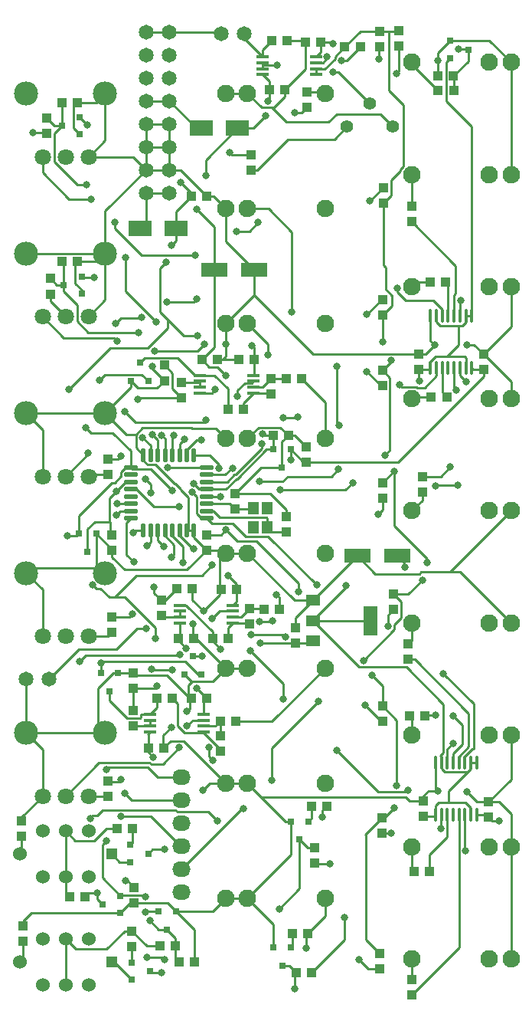
<source format=gtl>
G04 #@! TF.GenerationSoftware,KiCad,Pcbnew,(6.0.5-0)*
G04 #@! TF.CreationDate,2022-07-14T17:11:11-07:00*
G04 #@! TF.ProjectId,SCMplus,53434d70-6c75-4732-9e6b-696361645f70,rev?*
G04 #@! TF.SameCoordinates,PX85b6780PY82ed558*
G04 #@! TF.FileFunction,Copper,L1,Top*
G04 #@! TF.FilePolarity,Positive*
%FSLAX46Y46*%
G04 Gerber Fmt 4.6, Leading zero omitted, Abs format (unit mm)*
G04 Created by KiCad (PCBNEW (6.0.5-0)) date 2022-07-14 17:11:11*
%MOMM*%
%LPD*%
G01*
G04 APERTURE LIST*
G04 Aperture macros list*
%AMRoundRect*
0 Rectangle with rounded corners*
0 $1 Rounding radius*
0 $2 $3 $4 $5 $6 $7 $8 $9 X,Y pos of 4 corners*
0 Add a 4 corners polygon primitive as box body*
4,1,4,$2,$3,$4,$5,$6,$7,$8,$9,$2,$3,0*
0 Add four circle primitives for the rounded corners*
1,1,$1+$1,$2,$3*
1,1,$1+$1,$4,$5*
1,1,$1+$1,$6,$7*
1,1,$1+$1,$8,$9*
0 Add four rect primitives between the rounded corners*
20,1,$1+$1,$2,$3,$4,$5,0*
20,1,$1+$1,$4,$5,$6,$7,0*
20,1,$1+$1,$6,$7,$8,$9,0*
20,1,$1+$1,$8,$9,$2,$3,0*%
G04 Aperture macros list end*
G04 #@! TA.AperFunction,SMDPad,CuDef*
%ADD10R,1.500000X1.200000*%
G04 #@! TD*
G04 #@! TA.AperFunction,SMDPad,CuDef*
%ADD11R,1.500000X3.300001*%
G04 #@! TD*
G04 #@! TA.AperFunction,SMDPad,CuDef*
%ADD12R,1.000000X1.000000*%
G04 #@! TD*
G04 #@! TA.AperFunction,ComponentPad*
%ADD13C,1.651000*%
G04 #@! TD*
G04 #@! TA.AperFunction,SMDPad,CuDef*
%ADD14R,1.150000X1.400000*%
G04 #@! TD*
G04 #@! TA.AperFunction,SMDPad,CuDef*
%ADD15R,1.450000X0.450000*%
G04 #@! TD*
G04 #@! TA.AperFunction,SMDPad,CuDef*
%ADD16R,0.800100X0.800100*%
G04 #@! TD*
G04 #@! TA.AperFunction,SMDPad,CuDef*
%ADD17R,2.499360X1.800860*%
G04 #@! TD*
G04 #@! TA.AperFunction,SMDPad,CuDef*
%ADD18RoundRect,0.100000X-0.100000X0.637500X-0.100000X-0.637500X0.100000X-0.637500X0.100000X0.637500X0*%
G04 #@! TD*
G04 #@! TA.AperFunction,SMDPad,CuDef*
%ADD19R,3.000000X1.600000*%
G04 #@! TD*
G04 #@! TA.AperFunction,ComponentPad*
%ADD20C,1.397000*%
G04 #@! TD*
G04 #@! TA.AperFunction,ComponentPad*
%ADD21O,2.032000X1.727200*%
G04 #@! TD*
G04 #@! TA.AperFunction,SMDPad,CuDef*
%ADD22RoundRect,0.125000X0.625000X0.125000X-0.625000X0.125000X-0.625000X-0.125000X0.625000X-0.125000X0*%
G04 #@! TD*
G04 #@! TA.AperFunction,SMDPad,CuDef*
%ADD23RoundRect,0.125000X0.125000X0.625000X-0.125000X0.625000X-0.125000X-0.625000X0.125000X-0.625000X0*%
G04 #@! TD*
G04 #@! TA.AperFunction,ComponentPad*
%ADD24C,1.930400*%
G04 #@! TD*
G04 #@! TA.AperFunction,ComponentPad*
%ADD25C,1.524000*%
G04 #@! TD*
G04 #@! TA.AperFunction,ComponentPad*
%ADD26R,1.270000X1.270000*%
G04 #@! TD*
G04 #@! TA.AperFunction,ComponentPad*
%ADD27C,1.803400*%
G04 #@! TD*
G04 #@! TA.AperFunction,ComponentPad*
%ADD28C,2.667000*%
G04 #@! TD*
G04 #@! TA.AperFunction,ViaPad*
%ADD29C,0.800000*%
G04 #@! TD*
G04 #@! TA.AperFunction,Conductor*
%ADD30C,0.250000*%
G04 #@! TD*
G04 APERTURE END LIST*
D10*
X-86238010Y55207006D03*
X-86238010Y52907006D03*
D11*
X-79838010Y52907006D03*
D10*
X-86238010Y50707006D03*
D12*
X-78538000Y80597000D03*
X-78538000Y78897000D03*
X-86980840Y70448960D03*
X-86980840Y72148960D03*
X-97998000Y62437000D03*
X-97998000Y60737000D03*
D13*
X-115457448Y46501280D03*
X-117997448Y46501280D03*
X-104658000Y117977000D03*
X-102118000Y117977000D03*
X-104658000Y115437000D03*
X-102118000Y115437000D03*
X-104658000Y112897000D03*
X-102118000Y112897000D03*
X-104658000Y110357000D03*
X-102118000Y110357000D03*
X-104658000Y107817000D03*
X-102118000Y107817000D03*
X-104658000Y105277000D03*
X-102118000Y105277000D03*
X-104658000Y102737000D03*
X-102118000Y102737000D03*
X-104658000Y100197000D03*
X-102118000Y100197000D03*
D12*
X-74038000Y31307000D03*
X-74038000Y33007000D03*
D14*
X-92803536Y65385352D03*
X-91303536Y63285352D03*
X-92803536Y63285352D03*
X-91303536Y65385352D03*
D12*
X-71538000Y90377000D03*
X-73238000Y90377000D03*
D15*
X-98358000Y40642000D03*
X-98358000Y41292000D03*
X-98358000Y41942000D03*
X-98358000Y42592000D03*
X-104258000Y42592000D03*
X-104258000Y41942000D03*
X-104258000Y41292000D03*
X-104258000Y40642000D03*
D12*
X-75328000Y11587000D03*
X-75328000Y13287000D03*
X-115298000Y89037000D03*
X-115298000Y90737000D03*
X-93098000Y104407000D03*
X-93098000Y102707000D03*
X-89216864Y62776184D03*
X-89216864Y64476184D03*
X-101418000Y16997000D03*
X-103118000Y16997000D03*
X-103018000Y53517000D03*
X-103018000Y55217000D03*
X-73838000Y42437000D03*
X-75538000Y42437000D03*
X-108518000Y51627000D03*
X-108518000Y53327000D03*
D16*
X-111807240Y89067000D03*
X-111807240Y90967000D03*
X-113806220Y90017000D03*
D12*
X-95628000Y50967000D03*
X-97328000Y50967000D03*
D16*
X-88678000Y16827760D03*
X-90578000Y16827760D03*
X-89628000Y14828780D03*
D12*
X-78468000Y99087000D03*
X-78468000Y100787000D03*
D16*
X-86758000Y30757760D03*
X-88658000Y30757760D03*
X-87708000Y28758780D03*
X-101408000Y20847760D03*
X-103308000Y20847760D03*
X-102358000Y18848780D03*
D12*
X-106108000Y45437000D03*
X-106108000Y47137000D03*
D16*
X-88708000Y71857760D03*
X-90608000Y71857760D03*
X-89658000Y69858780D03*
D12*
X-75698000Y48657000D03*
X-75698000Y50357000D03*
D17*
X-105356980Y96267000D03*
X-101359020Y96267000D03*
D12*
X-78838000Y16187000D03*
X-78838000Y14487000D03*
X-101158000Y50977000D03*
X-99458000Y50977000D03*
X-93228000Y54267000D03*
X-93228000Y52567000D03*
X-99668000Y99817000D03*
X-97968000Y99817000D03*
X-85368000Y116887000D03*
X-87068000Y116887000D03*
X-78488000Y86727000D03*
X-78488000Y88427000D03*
X-88518000Y18377000D03*
X-86818000Y18377000D03*
X-113968000Y92667000D03*
X-112268000Y92667000D03*
X-96458000Y40197000D03*
X-96458000Y38497000D03*
X-111468000Y22457000D03*
X-113168000Y22457000D03*
X-86048000Y27837000D03*
X-86048000Y26137000D03*
D16*
X-107517240Y20667000D03*
X-107517240Y22567000D03*
X-109516220Y21617000D03*
D18*
X-68123000Y37269500D03*
X-68773000Y37269500D03*
X-69423000Y37269500D03*
X-70073000Y37269500D03*
X-70723000Y37269500D03*
X-71373000Y37269500D03*
X-72023000Y37269500D03*
X-72673000Y37269500D03*
X-72673000Y31544500D03*
X-72023000Y31544500D03*
X-71373000Y31544500D03*
X-70723000Y31544500D03*
X-70073000Y31544500D03*
X-69423000Y31544500D03*
X-68773000Y31544500D03*
X-68123000Y31544500D03*
D12*
X-66788000Y31247000D03*
X-66788000Y32947000D03*
X-74128000Y68867000D03*
X-74128000Y67167000D03*
X-90653288Y73415288D03*
X-88953288Y73415288D03*
X-94860744Y65296880D03*
X-94860744Y66996880D03*
X-101297000Y56494000D03*
X-99597000Y56494000D03*
X-113968000Y110197000D03*
X-112268000Y110197000D03*
X-74518000Y80677000D03*
X-74518000Y82377000D03*
X-100818000Y79297000D03*
X-100818000Y77597000D03*
X-93938000Y76327000D03*
X-95638000Y76327000D03*
D19*
X-76908000Y60097000D03*
X-81308000Y60097000D03*
D12*
X-87498000Y79667000D03*
X-89198000Y79667000D03*
X-82708000Y116327000D03*
X-81008000Y116327000D03*
D20*
X-82468000Y107537000D03*
X-79928000Y110077000D03*
X-77388000Y107537000D03*
D21*
X-100748000Y35687000D03*
X-100748000Y33147000D03*
X-100748000Y30607000D03*
X-100748000Y28067000D03*
X-100748000Y25527000D03*
X-100748000Y22987000D03*
D12*
X-106268000Y16977000D03*
X-106268000Y18677000D03*
X-86368000Y32467000D03*
X-84668000Y32467000D03*
X-67358000Y80687000D03*
X-67358000Y82387000D03*
X-86898000Y111327000D03*
X-86898000Y109627000D03*
X-106128000Y41297000D03*
X-106128000Y42997000D03*
D15*
X-85888000Y113262000D03*
X-85888000Y113912000D03*
X-85888000Y114562000D03*
X-85888000Y115212000D03*
X-91788000Y115212000D03*
X-91788000Y114562000D03*
X-91788000Y113912000D03*
X-91788000Y113262000D03*
D12*
X-76748000Y118157000D03*
X-76748000Y116457000D03*
X-88158000Y50457000D03*
X-88158000Y52157000D03*
D15*
X-95078000Y52702000D03*
X-95078000Y53352000D03*
X-95078000Y54002000D03*
X-95078000Y54652000D03*
X-100978000Y54652000D03*
X-100978000Y54002000D03*
X-100978000Y53352000D03*
X-100978000Y52702000D03*
D16*
X-112017240Y106657000D03*
X-112017240Y108557000D03*
X-114016220Y107607000D03*
D12*
X-77288000Y55867000D03*
X-77288000Y54167000D03*
X-78498000Y68207000D03*
X-78498000Y66507000D03*
D16*
X-106428760Y28167000D03*
X-106428760Y26267000D03*
X-104429780Y27217000D03*
D12*
X-101768000Y44337000D03*
X-103468000Y44337000D03*
X-73368000Y25237000D03*
X-75068000Y25237000D03*
X-118438000Y30827000D03*
X-118438000Y29127000D03*
X-90788000Y116987000D03*
X-89088000Y116987000D03*
X-92758000Y81817000D03*
X-94458000Y81817000D03*
X-78558000Y31187000D03*
X-78558000Y29487000D03*
D17*
X-94573060Y107344440D03*
X-98571020Y107344440D03*
D19*
X-97118000Y91667000D03*
X-92718000Y91667000D03*
D16*
X-106331000Y79421240D03*
X-104431000Y79421240D03*
X-105381000Y81420220D03*
D12*
X-104458000Y38877000D03*
X-102758000Y38877000D03*
X-115678000Y106787000D03*
X-115678000Y108487000D03*
X-78518000Y43527000D03*
X-78518000Y41827000D03*
X-118298000Y19227000D03*
X-118298000Y17527000D03*
X-97978000Y44407000D03*
X-99678000Y44407000D03*
X-108898000Y69067000D03*
X-108898000Y70767000D03*
X-105998000Y23467000D03*
X-105998000Y21767000D03*
D15*
X-92828978Y78087000D03*
X-92828978Y78737000D03*
X-92828978Y79387000D03*
X-92828978Y80037000D03*
X-98728978Y80037000D03*
X-98728978Y79387000D03*
X-98728978Y78737000D03*
X-98728978Y78087000D03*
D12*
X-90878978Y79672000D03*
X-90878978Y77972000D03*
X-102678000Y81170000D03*
X-102678000Y79470000D03*
D16*
X-71068760Y116997000D03*
X-71068760Y115097000D03*
X-69069780Y116047000D03*
D12*
X-98518000Y81787000D03*
X-96818000Y81787000D03*
X-88058000Y14047000D03*
X-86358000Y14047000D03*
X-71438000Y77677000D03*
X-73138000Y77677000D03*
D13*
X-93838000Y117787000D03*
X-96378000Y117787000D03*
D16*
X-110208000Y62577760D03*
X-112108000Y62577760D03*
X-111158000Y60578780D03*
D12*
X-94798000Y41827000D03*
X-96498000Y41827000D03*
D16*
X-107798000Y47147760D03*
X-109698000Y47147760D03*
X-108748000Y45148780D03*
D12*
X-72378000Y111517000D03*
X-70678000Y111517000D03*
X-75328000Y97007000D03*
X-75328000Y98707000D03*
X-108458000Y62447000D03*
X-108458000Y60747000D03*
X-101068000Y15227000D03*
X-99368000Y15227000D03*
X-89938000Y54237000D03*
X-91638000Y54237000D03*
D22*
X-98013000Y64267000D03*
X-98013000Y65067000D03*
X-98013000Y65867000D03*
X-98013000Y66667000D03*
X-98013000Y67467000D03*
X-98013000Y68267000D03*
X-98013000Y69067000D03*
X-98013000Y69867000D03*
D23*
X-99388000Y71242000D03*
X-100188000Y71242000D03*
X-100988000Y71242000D03*
X-101788000Y71242000D03*
X-102588000Y71242000D03*
X-103388000Y71242000D03*
X-104188000Y71242000D03*
X-104988000Y71242000D03*
D22*
X-106363000Y69867000D03*
X-106363000Y69067000D03*
X-106363000Y68267000D03*
X-106363000Y67467000D03*
X-106363000Y66667000D03*
X-106363000Y65867000D03*
X-106363000Y65067000D03*
X-106363000Y64267000D03*
D23*
X-104988000Y62892000D03*
X-104188000Y62892000D03*
X-103388000Y62892000D03*
X-102588000Y62892000D03*
X-101788000Y62892000D03*
X-100988000Y62892000D03*
X-100188000Y62892000D03*
X-99388000Y62892000D03*
D12*
X-106218000Y29957000D03*
X-107918000Y29957000D03*
X-94688000Y56437000D03*
X-96388000Y56437000D03*
X-70688000Y113157000D03*
X-72388000Y113157000D03*
D18*
X-68673000Y86619500D03*
X-69323000Y86619500D03*
X-69973000Y86619500D03*
X-70623000Y86619500D03*
X-71273000Y86619500D03*
X-71923000Y86619500D03*
X-72573000Y86619500D03*
X-73223000Y86619500D03*
X-73223000Y80894500D03*
X-72573000Y80894500D03*
X-71923000Y80894500D03*
X-71273000Y80894500D03*
X-70623000Y80894500D03*
X-69973000Y80894500D03*
X-69323000Y80894500D03*
X-68673000Y80894500D03*
D12*
X-91053752Y111567952D03*
X-89353752Y111567952D03*
D16*
X-100442000Y47007240D03*
X-98542000Y47007240D03*
X-99492000Y49006220D03*
D12*
X-78888000Y118047000D03*
X-78888000Y116347000D03*
D16*
X-106278760Y15187000D03*
X-106278760Y13287000D03*
X-104279780Y14237000D03*
D12*
X-108928000Y33527000D03*
X-108928000Y35227000D03*
D24*
X-75297000Y102236500D03*
X-64324200Y102236500D03*
X-66737200Y102236500D03*
D25*
X-111060200Y24614100D03*
X-113600200Y24614100D03*
X-116140200Y24614100D03*
X-111060200Y29694100D03*
X-113600200Y29694100D03*
X-116140200Y29694100D03*
D26*
X-108520200Y27154100D03*
D25*
X-118680200Y27154100D03*
D24*
X-84898200Y111177300D03*
X-95871000Y111177300D03*
X-93458000Y111177300D03*
X-84898200Y85777300D03*
X-95871000Y85777300D03*
X-93458000Y85777300D03*
D27*
X-111060363Y68859057D03*
X-113600363Y68859057D03*
X-116140363Y68859057D03*
D28*
X-109206163Y75869457D03*
X-117994563Y75869457D03*
D24*
X-75297000Y89854000D03*
X-64324200Y89854000D03*
X-66737200Y89854000D03*
X-75297000Y77471500D03*
X-64324200Y77471500D03*
X-66737200Y77471500D03*
D27*
X-111060363Y86512057D03*
X-113600363Y86512057D03*
X-116140363Y86512057D03*
D28*
X-109206163Y93522457D03*
X-117994563Y93522457D03*
D27*
X-111060363Y33553057D03*
X-113600363Y33553057D03*
X-116140363Y33553057D03*
D28*
X-109206163Y40563457D03*
X-117994563Y40563457D03*
D24*
X-75297000Y15559000D03*
X-64324200Y15559000D03*
X-66737200Y15559000D03*
X-84898200Y47677300D03*
X-95871000Y47677300D03*
X-93458000Y47677300D03*
X-84898200Y22277300D03*
X-95871000Y22277300D03*
X-93458000Y22277300D03*
D25*
X-111060200Y12676100D03*
X-113600200Y12676100D03*
X-116140200Y12676100D03*
X-111060200Y17756100D03*
X-113600200Y17756100D03*
X-116140200Y17756100D03*
D26*
X-108520200Y15216100D03*
D25*
X-118680200Y15216100D03*
D24*
X-75297000Y114619000D03*
X-64324200Y114619000D03*
X-66737200Y114619000D03*
X-84898200Y60377300D03*
X-95871000Y60377300D03*
X-93458000Y60377300D03*
X-75297000Y27941500D03*
X-64324200Y27941500D03*
X-66737200Y27941500D03*
X-75297000Y52706500D03*
X-64324200Y52706500D03*
X-66737200Y52706500D03*
X-84898200Y73077300D03*
X-95871000Y73077300D03*
X-93458000Y73077300D03*
X-84898200Y34977300D03*
X-95871000Y34977300D03*
X-93458000Y34977300D03*
D27*
X-111060363Y51206057D03*
X-113600363Y51206057D03*
X-116140363Y51206057D03*
D28*
X-109206163Y58216457D03*
X-117994563Y58216457D03*
D27*
X-111060363Y104165057D03*
X-113600363Y104165057D03*
X-116140363Y104165057D03*
D28*
X-109206163Y111175457D03*
X-117994563Y111175457D03*
D24*
X-75297000Y40324000D03*
X-64324200Y40324000D03*
X-66737200Y40324000D03*
X-75297000Y65089000D03*
X-64324200Y65089000D03*
X-66737200Y65089000D03*
X-84898200Y98477300D03*
X-95871000Y98477300D03*
X-93458000Y98477300D03*
D29*
X-72398000Y34117000D03*
X-98358000Y53987000D03*
X-103748000Y82767000D03*
X-101913896Y41136300D03*
X-98428000Y34227000D03*
X-72388000Y114837000D03*
X-103958000Y80997000D03*
X-95871000Y83470000D03*
X-98258000Y83507000D03*
X-69208000Y34077000D03*
X-72778000Y83367000D03*
X-69238000Y83447000D03*
X-99518000Y52607000D03*
X-100180655Y42939521D03*
X-99248000Y93327000D03*
X-108138000Y96957000D03*
X-110808000Y99467000D03*
X-90248000Y55827000D03*
X-105218000Y86457000D03*
X-108048000Y85767000D03*
X-102418000Y88177000D03*
X-99118000Y88517000D03*
X-107858000Y83817000D03*
X-102638000Y15537000D03*
X-104618000Y15787000D03*
X-89958000Y21127000D03*
X-110855839Y31122500D03*
X-96798000Y30797000D03*
X-85158000Y31217000D03*
X-88228000Y12327000D03*
X-86988000Y16757000D03*
X-107918000Y65877000D03*
X-70108000Y116097000D03*
X-106998000Y24197000D03*
X-104628000Y61237000D03*
X-110068000Y22847000D03*
X-102938000Y73457000D03*
X-111258000Y101127000D03*
X-106978151Y93037151D03*
X-103578000Y85917000D03*
X-104028000Y73517000D03*
X-105491000Y84730000D03*
X-102729489Y61166234D03*
X-104292500Y19837000D03*
X-105081309Y73205200D03*
X-105565000Y77416000D03*
X-108008000Y67217000D03*
X-88238000Y109037000D03*
X-104748000Y68577000D03*
X-102288000Y69867000D03*
X-103794969Y56627000D03*
X-104198000Y67057000D03*
X-103453989Y45722500D03*
X-96597511Y69811636D03*
X-103878000Y37847000D03*
X-84378000Y26047000D03*
X-100246200Y49893221D03*
X-88638000Y70667000D03*
X-95828000Y80017000D03*
X-82728000Y20187000D03*
X-92088000Y50437000D03*
X-102958000Y14037000D03*
X-97038000Y78477000D03*
X-65678000Y30837000D03*
X-98078000Y102117000D03*
X-91228000Y110347000D03*
X-99088000Y98397000D03*
X-102678000Y27687000D03*
X-91428000Y108707000D03*
X-101888000Y94397000D03*
X-101758000Y47507000D03*
X-97358000Y59097000D03*
X-110619087Y56897312D03*
X-92958000Y83327000D03*
X-113248000Y78507000D03*
X-99028000Y84437000D03*
X-100838000Y101347000D03*
X-102478000Y92537000D03*
X-95618000Y57907000D03*
X-99072090Y45497072D03*
X-103669391Y51017389D03*
X-104098000Y47627000D03*
X-84018000Y116647000D03*
X-109629496Y48312500D03*
X-95448000Y104627000D03*
X-111347000Y74248000D03*
X-111188000Y107707000D03*
X-109068000Y36502500D03*
X-104764085Y20718257D03*
X-110448000Y90827000D03*
X-74461378Y79421500D03*
X-101757039Y67345492D03*
X-85818000Y56867000D03*
X-109068000Y28637000D03*
X-104742011Y22487000D03*
X-82598000Y56857000D03*
X-109875000Y79520000D03*
X-113358000Y62307000D03*
X-99558000Y67131500D03*
X-76038000Y58847000D03*
X-92308000Y96917000D03*
X-94658000Y95947000D03*
X-69848000Y88337000D03*
X-100478000Y73017000D03*
X-77238000Y32297000D03*
X-80608000Y48557000D03*
X-78278000Y71247000D03*
X-79708000Y46917000D03*
X-74144000Y57415000D03*
X-77588000Y81697000D03*
X-78508000Y83717000D03*
X-77248000Y69417000D03*
X-73641000Y59398000D03*
X-76948000Y34747000D03*
X-95095399Y69792990D03*
X-83628000Y81027000D03*
X-76868000Y89667000D03*
X-83388000Y69667000D03*
X-83328000Y74557000D03*
X-92158000Y68337000D03*
X-91878000Y72467000D03*
X-89528000Y75407000D03*
X-87888000Y75487000D03*
X-76608000Y79007000D03*
X-83628000Y38597000D03*
X-89528000Y44317000D03*
X-75698000Y34197000D03*
X-93168000Y49647000D03*
X-100648000Y59357000D03*
X-72098000Y30017000D03*
X-70393677Y78428226D03*
X-71058000Y69907000D03*
X-97335219Y37490251D03*
X-101880300Y59934700D03*
X-97748000Y38947000D03*
X-69328000Y27497000D03*
X-70698000Y42397000D03*
X-72678000Y42527000D03*
X-96439000Y49802000D03*
X-98519000Y49058000D03*
X-90208000Y114327000D03*
X-107433500Y71102774D03*
X-91805299Y73564299D03*
X-91178000Y82307000D03*
X-99447597Y68124886D03*
X-88558000Y87007000D03*
X-106198000Y53667000D03*
X-107477510Y35387000D03*
X-84052347Y113547333D03*
X-84660299Y115219299D03*
X-81108000Y15487000D03*
X-77558000Y29497000D03*
X-80458000Y43587000D03*
X-77938000Y52327000D03*
X-78978000Y64727000D03*
X-80258000Y80437000D03*
X-80278000Y86767000D03*
X-79951000Y99299000D03*
X-78898000Y114987000D03*
X-76998000Y113357000D03*
X-83078000Y114817000D03*
X-101608000Y73377000D03*
X-93928000Y32167000D03*
X-96468000Y66637000D03*
X-85658000Y44077000D03*
X-87828000Y56187000D03*
X-95838102Y62961500D03*
X-90828000Y35347000D03*
X-70198000Y67917000D03*
X-81818000Y68177000D03*
X-98578000Y72897000D03*
X-69308000Y79337000D03*
X-89828000Y67377000D03*
X-72658000Y67857000D03*
X-89238000Y51167000D03*
X-101034000Y65514000D03*
X-93032774Y51366372D03*
X-71798000Y47087000D03*
X-70748000Y39387000D03*
X-99408000Y60857000D03*
X-92128498Y52817000D03*
X-90678000Y52917000D03*
X-107988000Y64637000D03*
X-107484843Y31322500D03*
X-106088000Y62667000D03*
X-104693990Y52110987D03*
X-107028000Y33857000D03*
X-106066913Y59480512D03*
X-100148000Y41327000D03*
X-101038000Y38927000D03*
X-117178000Y106847000D03*
X-94568000Y77747000D03*
X-111100000Y71428000D03*
X-107038000Y76037000D03*
X-98098000Y75127000D03*
X-112038000Y48467000D03*
X-97378000Y53207000D03*
X-100960701Y49194299D03*
D30*
X-100442000Y47007240D02*
X-99665763Y46231003D01*
X-101408000Y20847760D02*
X-102322739Y21762499D01*
X-96558000Y55787000D02*
X-96558000Y56427000D01*
X-106086057Y104165057D02*
X-104658000Y102737000D01*
X-95871000Y94820000D02*
X-92718000Y91667000D01*
X-110008000Y45477000D02*
X-108337240Y47147760D01*
X-89238460Y30757760D02*
X-93458000Y34977300D01*
X-90578000Y16827760D02*
X-90578000Y19397300D01*
X-95871000Y60377300D02*
X-93458000Y60377300D01*
X-99488000Y52577000D02*
X-99518000Y52607000D01*
X-90542501Y109622499D02*
X-90108000Y110057000D01*
X-99697101Y74241501D02*
X-105074078Y74241501D01*
X-99982501Y45806601D02*
X-99982501Y44461501D01*
X-69208000Y34077000D02*
X-68078000Y32947000D01*
X-88658000Y27077300D02*
X-93458000Y22277300D01*
X-86198000Y55207000D02*
X-81308000Y60097000D01*
X-102322739Y21762499D02*
X-105993499Y21762499D01*
X-73223000Y86619500D02*
X-73223000Y83812000D01*
X-110184620Y110197000D02*
X-109206163Y111175457D01*
X-105993499Y21762499D02*
X-105998000Y21767000D01*
X-104658000Y107817000D02*
X-102118000Y107817000D01*
X-92718000Y88930300D02*
X-95871000Y85777300D01*
X-94860744Y66996880D02*
X-90991042Y66996880D01*
X-96558000Y59690300D02*
X-95871000Y60377300D01*
X-89353752Y110811248D02*
X-89353752Y111567952D01*
X-118298000Y19737000D02*
X-117368000Y20667000D01*
X-112268000Y110197000D02*
X-110184620Y110197000D01*
X-118298000Y19227000D02*
X-118298000Y19737000D01*
X-69949260Y58331560D02*
X-64324200Y52706500D01*
X-99488000Y50927000D02*
X-99120700Y50927000D01*
X-103615781Y70167480D02*
X-101518294Y68069993D01*
X-76008099Y33482499D02*
X-75532600Y33007000D01*
X-112531801Y92403199D02*
X-112268000Y92667000D01*
X-84498000Y108047000D02*
X-83628000Y108917000D01*
X-106108000Y47137000D02*
X-105873499Y46902499D01*
X-106417240Y21767000D02*
X-107517240Y20667000D01*
X-64324200Y31633200D02*
X-65638000Y32947000D01*
X-99120700Y50927000D02*
X-95871000Y47677300D01*
X-71068760Y116997000D02*
X-66702200Y116997000D01*
X-89826800Y74288800D02*
X-88953288Y73415288D01*
X-100888000Y102737000D02*
X-97968000Y99817000D01*
X-116140363Y51206057D02*
X-116140363Y56362257D01*
X-105606439Y78696679D02*
X-103451321Y78696679D01*
X-88953288Y73415288D02*
X-89658000Y72710576D01*
X-88658000Y30757760D02*
X-88658000Y27077300D01*
X-88658000Y30757760D02*
X-89238460Y30757760D01*
X-81308000Y60097000D02*
X-79333499Y58122499D01*
X-92246500Y74288800D02*
X-89826800Y74288800D01*
X-99597000Y55226000D02*
X-98358000Y53987000D01*
X-99368000Y18807760D02*
X-99368000Y15227000D01*
X-105805809Y72059809D02*
X-104988000Y71242000D01*
X-94488000Y81787000D02*
X-94458000Y81817000D01*
X-92718000Y91667000D02*
X-92718000Y88930300D01*
X-103958000Y80750000D02*
X-103958000Y80997000D01*
X-69238000Y83447000D02*
X-68418000Y83447000D01*
X-88158000Y53287000D02*
X-86238000Y55207000D01*
X-116140363Y68859057D02*
X-116140363Y74015257D01*
X-86238000Y55207000D02*
X-86198000Y55207000D01*
X-104658000Y102737000D02*
X-109206163Y98188837D01*
X-74518000Y82377000D02*
X-73768000Y82377000D01*
X-104658000Y102737000D02*
X-102118000Y102737000D01*
X-99597000Y56494000D02*
X-99597000Y55226000D01*
X-112268000Y92667000D02*
X-110061620Y92667000D01*
X-73458000Y34167000D02*
X-72448000Y34167000D01*
X-90753499Y109622499D02*
X-89178000Y108047000D01*
X-95871000Y82154000D02*
X-96238000Y81787000D01*
X-97998000Y60737000D02*
X-96230700Y60737000D01*
X-110208000Y59218294D02*
X-109206163Y58216457D01*
X-90108000Y110057000D02*
X-89353752Y110811248D01*
X-89178000Y108047000D02*
X-84498000Y108047000D01*
X-95871000Y98477300D02*
X-95871000Y94820000D01*
X-100188000Y62892000D02*
X-99388000Y62892000D01*
X-109206163Y106019257D02*
X-111060363Y104165057D01*
X-78768000Y108917000D02*
X-77388000Y107537000D01*
X-102778000Y40272196D02*
X-101913896Y41136300D01*
X-110008000Y41365294D02*
X-110008000Y45477000D01*
X-102678000Y79470000D02*
X-103958000Y80750000D01*
X-102118000Y105277000D02*
X-104658000Y105277000D01*
X-109206163Y93522457D02*
X-117994563Y93522457D01*
X-74461101Y58122499D02*
X-74252040Y58331560D01*
X-72673000Y34392000D02*
X-72673000Y37269500D01*
X-87068000Y116887000D02*
X-87068000Y113853704D01*
X-74562501Y82421501D02*
X-86209201Y82421501D01*
X-106331000Y78744620D02*
X-106331000Y79421240D01*
X-99665763Y46231003D02*
X-98957901Y46231003D01*
X-106846476Y73509770D02*
X-105805809Y73509770D01*
X-96818000Y81787000D02*
X-96238000Y81787000D01*
X-109206163Y40563457D02*
X-110008000Y41365294D01*
X-64324200Y35410800D02*
X-66788000Y32947000D01*
X-73223000Y83812000D02*
X-72778000Y83367000D01*
X-99982501Y44461501D02*
X-99888000Y44367000D01*
X-95871000Y22277300D02*
X-97300540Y20847760D01*
X-89088000Y116987000D02*
X-87168000Y116987000D01*
X-102118000Y107817000D02*
X-102118000Y105277000D01*
X-71081640Y58331560D02*
X-64324200Y65089000D01*
X-96946199Y74152499D02*
X-99608099Y74152499D01*
X-91903199Y109622499D02*
X-90753499Y109622499D01*
X-67358000Y82387000D02*
X-64324200Y79353200D01*
X-116140363Y38709257D02*
X-117994563Y40563457D01*
X-95871000Y73077300D02*
X-96946199Y74152499D01*
X-118438000Y31255420D02*
X-118438000Y30827000D01*
X-109206163Y111175457D02*
X-109206163Y106019257D01*
X-96238000Y81787000D02*
X-94488000Y81787000D01*
X-95871000Y34977300D02*
X-97677700Y34977300D01*
X-64324200Y79353200D02*
X-64324200Y77471500D01*
X-105074078Y74241501D02*
X-105805809Y73509770D01*
X-68418000Y83447000D02*
X-67358000Y82387000D01*
X-89658000Y69858780D02*
X-91998844Y69858780D01*
X-100053499Y63026501D02*
X-100188000Y62892000D01*
X-87068000Y113853704D02*
X-89353752Y111567952D01*
X-108458000Y60747000D02*
X-108458000Y60827760D01*
X-97300540Y20847760D02*
X-101408000Y20847760D01*
X-75532600Y33007000D02*
X-74038000Y33007000D01*
X-104499197Y70167480D02*
X-103615781Y70167480D01*
X-103748000Y82767000D02*
X-98998000Y82767000D01*
X-93458000Y111177300D02*
X-95871000Y111177300D01*
X-97210700Y99817000D02*
X-95871000Y98477300D01*
X-71829992Y58331560D02*
X-71081640Y58331560D01*
X-64324200Y89854000D02*
X-64324200Y85420800D01*
X-97677700Y34977300D02*
X-98428000Y34227000D01*
X-109206163Y75869457D02*
X-106846476Y73509770D01*
X-116140363Y33553057D02*
X-116140363Y38709257D01*
X-100887551Y67500604D02*
X-100887551Y67435675D01*
X-91998844Y69858780D02*
X-94860744Y66996880D01*
X-90753499Y109622499D02*
X-90542501Y109622499D01*
X-112741801Y107381561D02*
X-112741801Y109723199D01*
X-108458000Y59997000D02*
X-107043499Y58582499D01*
X-117994563Y75869457D02*
X-109206163Y75869457D01*
X-87168000Y116987000D02*
X-87068000Y116887000D01*
X-102118000Y102737000D02*
X-102118000Y105277000D01*
X-95871000Y47677300D02*
X-93458000Y47677300D01*
X-108337240Y47147760D02*
X-107798000Y47147760D01*
X-98957901Y46231003D02*
X-99558099Y46231003D01*
X-97317297Y46231003D02*
X-98957901Y46231003D01*
X-93458000Y34977300D02*
X-95871000Y34977300D01*
X-107798000Y47147760D02*
X-106118760Y47147760D01*
X-64324200Y27941500D02*
X-64324200Y31633200D01*
X-100887551Y67435675D02*
X-100053499Y66601623D01*
X-99388000Y62127000D02*
X-99388000Y62892000D01*
X-74518000Y82377000D02*
X-74562501Y82421501D01*
X-65638000Y32947000D02*
X-66788000Y32947000D01*
X-117474020Y58736992D02*
X-109726705Y58736992D01*
X-105805809Y73509770D02*
X-105805809Y72059809D01*
X-101518294Y68069993D02*
X-101456940Y68069993D01*
X-72398000Y34117000D02*
X-72673000Y34392000D01*
X-105998000Y21767000D02*
X-106417240Y21767000D01*
X-89216864Y65222702D02*
X-89216864Y64476184D01*
X-88953288Y73415288D02*
X-88247168Y73415288D01*
X-88247168Y73415288D02*
X-86980840Y72148960D01*
X-64324200Y114619000D02*
X-64324200Y102236500D01*
X-64324200Y40324000D02*
X-64324200Y35410800D01*
X-117997448Y40566342D02*
X-117994563Y40563457D01*
X-93458000Y73077300D02*
X-92246500Y74288800D01*
X-104658000Y105277000D02*
X-104658000Y102737000D01*
X-72388000Y115677760D02*
X-71068760Y116997000D01*
X-103451321Y78696679D02*
X-102678000Y79470000D01*
X-96230700Y60737000D02*
X-95871000Y60377300D01*
X-100545201Y39651501D02*
X-95871000Y34977300D01*
X-108458000Y60747000D02*
X-108458000Y59997000D01*
X-74038000Y33007000D02*
X-74038000Y33587000D01*
X-95871000Y85777300D02*
X-95871000Y82154000D01*
X-116140363Y33553057D02*
X-118438000Y31255420D01*
X-106118760Y47147760D02*
X-106108000Y47137000D01*
X-72388000Y113157000D02*
X-72388000Y114837000D01*
X-93458000Y22277300D02*
X-95871000Y22277300D01*
X-101408000Y20847760D02*
X-99368000Y18807760D01*
X-109206163Y98188837D02*
X-109206163Y93522457D01*
X-86209201Y82421501D02*
X-92718000Y88930300D01*
X-79333499Y58122499D02*
X-74461101Y58122499D01*
X-102003499Y39651501D02*
X-100545201Y39651501D01*
X-116140363Y74015257D02*
X-117994563Y75869457D01*
X-88287700Y55207000D02*
X-86238000Y55207000D01*
X-102118000Y102737000D02*
X-100888000Y102737000D01*
X-83628000Y108917000D02*
X-78768000Y108917000D01*
X-97998000Y60737000D02*
X-99388000Y62127000D01*
X-68078000Y32947000D02*
X-66788000Y32947000D01*
X-104988000Y70656283D02*
X-104499197Y70167480D01*
X-109206163Y93522457D02*
X-109206163Y88366257D01*
X-108458000Y60827760D02*
X-110208000Y62577760D01*
X-107043499Y58582499D02*
X-100152501Y58582499D01*
X-112531801Y90191703D02*
X-112531801Y92403199D01*
X-99888000Y44367000D02*
X-99888000Y43232176D01*
X-102423499Y46902499D02*
X-99888000Y44367000D01*
X-100152501Y58582499D02*
X-97998000Y60737000D01*
X-117997448Y46501280D02*
X-117997448Y40566342D01*
X-97968000Y99817000D02*
X-97210700Y99817000D01*
X-106331000Y79421240D02*
X-105606439Y78696679D01*
X-64324200Y85420800D02*
X-67358000Y82387000D01*
X-111807240Y89467142D02*
X-112531801Y90191703D01*
X-89658000Y72710576D02*
X-89658000Y69858780D01*
X-93458000Y111177300D02*
X-91903199Y109622499D01*
X-112017240Y106657000D02*
X-112741801Y107381561D01*
X-117368000Y20667000D02*
X-107517240Y20667000D01*
X-102778000Y38877000D02*
X-102003499Y39651501D01*
X-91963199Y33482499D02*
X-76008099Y33482499D01*
X-117994563Y40563457D02*
X-109206163Y40563457D01*
X-96558000Y56427000D02*
X-96558000Y59690300D01*
X-109206163Y75869457D02*
X-106331000Y78744620D01*
X-104658000Y105277000D02*
X-104658000Y107817000D01*
X-95871000Y47677300D02*
X-97317297Y46231003D01*
X-102778000Y38877000D02*
X-102778000Y40272196D01*
X-99888000Y43232176D02*
X-100180655Y42939521D01*
X-99558099Y46231003D02*
X-99982501Y45806601D01*
X-101456940Y68069993D02*
X-100887551Y67500604D01*
X-112741801Y109723199D02*
X-112268000Y110197000D01*
X-111060363Y104165057D02*
X-106086057Y104165057D01*
X-90578000Y19397300D02*
X-93458000Y22277300D01*
X-99488000Y50927000D02*
X-99488000Y52577000D01*
X-98358000Y53987000D02*
X-96558000Y55787000D01*
X-72448000Y34167000D02*
X-72398000Y34117000D01*
X-88158000Y52157000D02*
X-88158000Y53287000D01*
X-105873499Y46902499D02*
X-102423499Y46902499D01*
X-99608099Y74152499D02*
X-99697101Y74241501D01*
X-64324200Y27941500D02*
X-64324200Y15559000D01*
X-110061620Y92667000D02*
X-109206163Y93522457D01*
X-74252040Y58331560D02*
X-71829992Y58331560D01*
X-93458000Y60377300D02*
X-88287700Y55207000D01*
X-66702200Y116997000D02*
X-64324200Y114619000D01*
X-74038000Y33587000D02*
X-73458000Y34167000D01*
X-104988000Y71242000D02*
X-104988000Y70656283D01*
X-109206163Y88366257D02*
X-111060363Y86512057D01*
X-110208000Y62577760D02*
X-110208000Y59218294D01*
X-100053499Y66601623D02*
X-100053499Y63026501D01*
X-72388000Y114837000D02*
X-72388000Y115677760D01*
X-93458000Y34977300D02*
X-91963199Y33482499D01*
X-71829992Y58331560D02*
X-69949260Y58331560D01*
X-116140363Y56362257D02*
X-117994563Y58216457D01*
X-98998000Y82767000D02*
X-98258000Y83507000D01*
X-73768000Y82377000D02*
X-72778000Y83367000D01*
X-90991042Y66996880D02*
X-89216864Y65222702D01*
X-111807240Y89067000D02*
X-111807240Y89467142D01*
X-74128000Y66258000D02*
X-75297000Y65089000D01*
X-74128000Y67167000D02*
X-74128000Y66258000D01*
X-118438000Y29127000D02*
X-118438000Y27396300D01*
X-118438000Y27396300D02*
X-118680200Y27154100D01*
X-106428760Y26267000D02*
X-107633100Y26267000D01*
X-107633100Y26267000D02*
X-108520200Y27154100D01*
X-104588000Y16997000D02*
X-106268000Y18677000D01*
X-113600200Y17756100D02*
X-113600200Y12676100D01*
X-107018000Y18677000D02*
X-109038000Y16657000D01*
X-103118000Y16997000D02*
X-104588000Y16997000D01*
X-106268000Y18677000D02*
X-107018000Y18677000D01*
X-112501100Y16657000D02*
X-113600200Y17756100D01*
X-109038000Y16657000D02*
X-112501100Y16657000D01*
X-118298000Y17527000D02*
X-118298000Y15598300D01*
X-118298000Y15598300D02*
X-118680200Y15216100D01*
X-108207860Y15216100D02*
X-106278760Y13287000D01*
X-108520200Y15216100D02*
X-108207860Y15216100D01*
X-94798000Y41827000D02*
X-90748500Y41827000D01*
X-90748500Y41827000D02*
X-84898200Y47677300D01*
X-85047900Y111327000D02*
X-84898200Y111177300D01*
X-86898000Y111327000D02*
X-85047900Y111327000D01*
X-99248000Y93327000D02*
X-105216112Y93327000D01*
X-116140363Y102419363D02*
X-113188000Y99467000D01*
X-113188000Y99467000D02*
X-110808000Y99467000D01*
X-116140363Y104165057D02*
X-116140363Y102419363D01*
X-108138000Y96248888D02*
X-108138000Y96957000D01*
X-105216112Y93327000D02*
X-108138000Y96248888D01*
X-84898200Y77067200D02*
X-87498000Y79667000D01*
X-84898200Y73077300D02*
X-84898200Y77067200D01*
X-89938000Y55517000D02*
X-90248000Y55827000D01*
X-89938000Y54237000D02*
X-89938000Y55517000D01*
X-107428000Y86387000D02*
X-105308000Y86387000D01*
X-112848000Y84167000D02*
X-108208000Y84167000D01*
X-116140363Y86512057D02*
X-113795306Y84167000D01*
X-113795306Y84167000D02*
X-112848000Y84167000D01*
X-105288000Y86387000D02*
X-105218000Y86457000D01*
X-105308000Y86387000D02*
X-105288000Y86387000D01*
X-108048000Y85767000D02*
X-107428000Y86387000D01*
X-102418000Y88177000D02*
X-99458000Y88177000D01*
X-108208000Y84167000D02*
X-107858000Y83817000D01*
X-99458000Y88177000D02*
X-99118000Y88517000D01*
X-102888000Y15787000D02*
X-102638000Y15537000D01*
X-104618000Y15787000D02*
X-102888000Y15787000D01*
X-86048000Y27837000D02*
X-86786220Y27837000D01*
X-87708000Y27417000D02*
X-87708000Y28758780D01*
X-89958000Y21127000D02*
X-87708000Y23377000D01*
X-87708000Y23377000D02*
X-87708000Y27417000D01*
X-86786220Y27837000D02*
X-87708000Y28758780D01*
X-107918000Y29957000D02*
X-109048000Y29957000D01*
X-109048000Y29957000D02*
X-110397411Y28607589D01*
X-110397411Y28607589D02*
X-112513689Y28607589D01*
X-112513689Y28607589D02*
X-113600200Y29694100D01*
X-113600200Y24614100D02*
X-113600200Y22889200D01*
X-113600200Y29694100D02*
X-113600200Y24614100D01*
X-113600200Y22889200D02*
X-113168000Y22457000D01*
X-109458000Y32047000D02*
X-101480655Y32047000D01*
X-85158000Y31217000D02*
X-85158000Y31977000D01*
X-97808000Y31807000D02*
X-96798000Y30797000D01*
X-110580850Y31397489D02*
X-110107511Y31397489D01*
X-110107511Y31397489D02*
X-109458000Y32047000D01*
X-85158000Y31977000D02*
X-84668000Y32467000D01*
X-101240655Y31807000D02*
X-97808000Y31807000D01*
X-101480655Y32047000D02*
X-101240655Y31807000D01*
X-110855839Y31122500D02*
X-110580850Y31397489D01*
X-88228000Y13877000D02*
X-88058000Y14047000D01*
X-89628000Y14828780D02*
X-88839780Y14828780D01*
X-88839780Y14828780D02*
X-88058000Y14047000D01*
X-88228000Y12327000D02*
X-88228000Y13877000D01*
X-86988000Y16757000D02*
X-86988000Y18207000D01*
X-86988000Y18207000D02*
X-86818000Y18377000D01*
X-84898200Y22277300D02*
X-84898200Y20296800D01*
X-84898200Y20296800D02*
X-86818000Y18377000D01*
X-70108000Y116097000D02*
X-69119780Y116097000D01*
X-106363000Y65867000D02*
X-107908000Y65867000D01*
X-69069780Y114775220D02*
X-69069780Y116047000D01*
X-107908000Y65867000D02*
X-107918000Y65877000D01*
X-70688000Y113157000D02*
X-69069780Y114775220D01*
X-70678000Y111517000D02*
X-70678000Y113147000D01*
X-70678000Y113147000D02*
X-70688000Y113157000D01*
X-69119780Y116097000D02*
X-69069780Y116047000D01*
X-111078000Y22847000D02*
X-111468000Y22457000D01*
X-104188000Y62892000D02*
X-104188000Y61677000D01*
X-106728000Y24197000D02*
X-105998000Y23467000D01*
X-110068000Y22168780D02*
X-109516220Y21617000D01*
X-106998000Y24197000D02*
X-106728000Y24197000D01*
X-110068000Y22847000D02*
X-110068000Y22168780D01*
X-110068000Y22847000D02*
X-111078000Y22847000D01*
X-104188000Y61677000D02*
X-104628000Y61237000D01*
X-114826574Y103657143D02*
X-114826574Y106796646D01*
X-106978151Y93037151D02*
X-106978151Y89317151D01*
X-106978151Y89317151D02*
X-103578000Y85917000D01*
X-102588000Y73107000D02*
X-102938000Y73457000D01*
X-114016220Y107607000D02*
X-114798000Y107607000D01*
X-114826574Y106796646D02*
X-114016220Y107607000D01*
X-114798000Y107607000D02*
X-115678000Y108487000D01*
X-102588000Y71242000D02*
X-102588000Y73107000D01*
X-112296431Y101127000D02*
X-114826574Y103657143D01*
X-111258000Y101127000D02*
X-112296431Y101127000D01*
X-114016220Y107607000D02*
X-114016220Y110148780D01*
X-114016220Y110148780D02*
X-113968000Y110197000D01*
X-92892008Y65296880D02*
X-92803536Y65385352D01*
X-95430864Y65867000D02*
X-94860744Y65296880D01*
X-94860744Y65296880D02*
X-92892008Y65296880D01*
X-98013000Y65867000D02*
X-95430864Y65867000D01*
X-89216864Y62776184D02*
X-90794368Y62776184D01*
X-90794368Y62776184D02*
X-91303536Y63285352D01*
X-97232296Y65067000D02*
X-98013000Y65067000D01*
X-91303536Y64235352D02*
X-91415184Y64347000D01*
X-96512296Y64347000D02*
X-97232296Y65067000D01*
X-91415184Y64347000D02*
X-96512296Y64347000D01*
X-91303536Y63285352D02*
X-91303536Y64235352D01*
X-112286574Y86004143D02*
X-112286574Y87847304D01*
X-103388000Y72877000D02*
X-104028000Y73517000D01*
X-113806220Y89366950D02*
X-113806220Y90017000D01*
X-113806220Y90017000D02*
X-113806220Y92505220D01*
X-113806220Y90017000D02*
X-114578000Y90017000D01*
X-103388000Y71242000D02*
X-103388000Y72877000D01*
X-106352918Y84787000D02*
X-105548000Y84787000D01*
X-112286574Y87847304D02*
X-113806220Y89366950D01*
X-111069431Y84787000D02*
X-112286574Y86004143D01*
X-113806220Y92505220D02*
X-113968000Y92667000D01*
X-106352918Y84787000D02*
X-111069431Y84787000D01*
X-114578000Y90017000D02*
X-115298000Y90737000D01*
X-105548000Y84787000D02*
X-105491000Y84730000D01*
X-102358000Y18848780D02*
X-103304280Y18848780D01*
X-101418000Y16997000D02*
X-101418000Y15577000D01*
X-101418000Y15577000D02*
X-101068000Y15227000D01*
X-103388000Y62892000D02*
X-103388000Y61824745D01*
X-103304280Y18848780D02*
X-104292500Y19837000D01*
X-103388000Y61824745D02*
X-102729489Y61166234D01*
X-101418000Y17908780D02*
X-102358000Y18848780D01*
X-101418000Y16997000D02*
X-101418000Y17908780D01*
X-101818000Y78597000D02*
X-101818000Y80310000D01*
X-104188000Y71242000D02*
X-104188000Y72311891D01*
X-105384000Y77597000D02*
X-105565000Y77416000D01*
X-100818000Y77597000D02*
X-101818000Y78597000D01*
X-101818000Y80310000D02*
X-102678000Y81170000D01*
X-100818000Y77597000D02*
X-105384000Y77597000D01*
X-104188000Y72311891D02*
X-105081309Y73205200D01*
X-108712501Y66503215D02*
X-107988358Y67227358D01*
X-108712501Y63931501D02*
X-108712501Y66503215D01*
X-108458000Y62447000D02*
X-108642501Y62631501D01*
X-108642501Y62631501D02*
X-108642501Y63861501D01*
X-88238000Y109037000D02*
X-87488000Y109037000D01*
X-108642501Y63861501D02*
X-108712501Y63931501D01*
X-107988358Y67227358D02*
X-106948717Y68267000D01*
X-110373381Y63861501D02*
X-108642501Y63861501D01*
X-107997642Y67227358D02*
X-108008000Y67217000D01*
X-107988358Y67227358D02*
X-107997642Y67227358D01*
X-106948717Y68267000D02*
X-106363000Y68267000D01*
X-111158000Y60578780D02*
X-111158000Y63076882D01*
X-87488000Y109037000D02*
X-86898000Y109627000D01*
X-111158000Y63076882D02*
X-110373381Y63861501D01*
X-103018000Y55217000D02*
X-102574000Y55217000D01*
X-104198000Y68027000D02*
X-104198000Y67057000D01*
X-104748000Y68577000D02*
X-104198000Y68027000D01*
X-103794969Y55993969D02*
X-103794969Y56627000D01*
X-103018000Y55217000D02*
X-103794969Y55993969D01*
X-98013000Y69867000D02*
X-102288000Y69867000D01*
X-102574000Y55217000D02*
X-101297000Y56494000D01*
X-106108000Y45437000D02*
X-106108000Y43017000D01*
X-106108000Y43017000D02*
X-106128000Y42997000D01*
X-99388000Y71242000D02*
X-97613374Y71242000D01*
X-103739489Y45437000D02*
X-103453989Y45722500D01*
X-106108000Y45437000D02*
X-103739489Y45437000D01*
X-97613374Y71242000D02*
X-96597511Y70226137D01*
X-96597511Y70226137D02*
X-96597511Y69811636D01*
X-97428000Y78087000D02*
X-98728978Y78087000D01*
X-100978000Y51137000D02*
X-101188000Y50927000D01*
X-91053752Y110521248D02*
X-91228000Y110347000D01*
X-67358000Y80687000D02*
X-68465500Y80687000D01*
X-96773489Y80962489D02*
X-95828000Y80017000D01*
X-76846040Y70448960D02*
X-86980840Y70448960D01*
X-104458000Y38877000D02*
X-104458000Y40402000D01*
X-91428000Y108707000D02*
X-92790560Y107344440D01*
X-88708000Y70737000D02*
X-88638000Y70667000D01*
X-104079780Y14037000D02*
X-104279780Y14237000D01*
X-97160711Y83429711D02*
X-97160711Y83144289D01*
X-92790560Y107344440D02*
X-94573060Y107344440D01*
X-67358000Y80687000D02*
X-67358000Y79937000D01*
X-102958000Y14037000D02*
X-104079780Y14037000D01*
X-85958000Y26047000D02*
X-86048000Y26137000D01*
X-104458000Y38877000D02*
X-104458000Y38427000D01*
X-101158000Y50805021D02*
X-100246200Y49893221D01*
X-84378000Y26047000D02*
X-85958000Y26047000D01*
X-88708000Y71857760D02*
X-88708000Y70737000D01*
X-88178000Y50437000D02*
X-92088000Y50437000D01*
X-91053752Y111567952D02*
X-91053752Y112527752D01*
X-100978000Y51157000D02*
X-101158000Y50977000D01*
X-68465500Y80687000D02*
X-68673000Y80894500D01*
X-97118000Y91667000D02*
X-97118000Y96427000D01*
X-91053752Y112527752D02*
X-91788000Y113262000D01*
X-86488000Y50457000D02*
X-86238000Y50707000D01*
X-100978000Y52702000D02*
X-100978000Y51157000D01*
X-97160711Y91624289D02*
X-97160711Y83429711D01*
X-97160711Y83144289D02*
X-98518000Y81787000D01*
X-65678000Y30837000D02*
X-66378000Y30837000D01*
X-104478000Y40422000D02*
X-104258000Y40642000D01*
X-104458000Y38427000D02*
X-103878000Y37847000D01*
X-68123000Y31544500D02*
X-67085500Y31544500D01*
X-88158000Y50457000D02*
X-86488000Y50457000D01*
X-66378000Y30837000D02*
X-66788000Y31247000D01*
X-103959780Y27687000D02*
X-104429780Y27217000D01*
X-91053752Y111567952D02*
X-91053752Y110521248D01*
X-97118000Y96427000D02*
X-99088000Y98397000D01*
X-102678000Y27687000D02*
X-103959780Y27687000D01*
X-98078000Y103839500D02*
X-98078000Y102117000D01*
X-98518000Y81787000D02*
X-97693489Y80962489D01*
X-86358000Y14047000D02*
X-82728000Y17677000D01*
X-94573060Y107344440D02*
X-98078000Y103839500D01*
X-97038000Y78477000D02*
X-97428000Y78087000D01*
X-101158000Y50977000D02*
X-101158000Y50805021D01*
X-86980840Y70448960D02*
X-87299200Y70448960D01*
X-97693489Y80962489D02*
X-96773489Y80962489D01*
X-87299200Y70448960D02*
X-88708000Y71857760D01*
X-88158000Y50457000D02*
X-88178000Y50437000D01*
X-67085500Y31544500D02*
X-66788000Y31247000D01*
X-67358000Y79937000D02*
X-76846040Y70448960D01*
X-82728000Y17677000D02*
X-82728000Y20187000D01*
X-102273000Y86172000D02*
X-102378000Y86277000D01*
X-99668000Y100177000D02*
X-100838000Y101347000D01*
X-103142501Y87041501D02*
X-102378000Y86277000D01*
X-97982018Y44407000D02*
X-99072090Y45497072D01*
X-92758000Y83127000D02*
X-92958000Y83327000D01*
X-109712561Y56491561D02*
X-108753499Y55532499D01*
X-98358000Y42592000D02*
X-98358000Y44027000D01*
X-107038899Y55532499D02*
X-103669391Y52162991D01*
X-94688000Y56437000D02*
X-94688000Y56977000D01*
X-98528000Y57927000D02*
X-105778000Y57927000D01*
X-101359020Y98125980D02*
X-101359020Y96267000D01*
X-102478000Y92537000D02*
X-103142501Y91872499D01*
X-105778000Y57927000D02*
X-108172501Y55532499D01*
X-85368000Y116887000D02*
X-85368000Y115732000D01*
X-108753499Y55532499D02*
X-108172501Y55532499D01*
X-110213336Y56491561D02*
X-109712561Y56491561D01*
X-97358000Y59097000D02*
X-98528000Y57927000D01*
X-97978000Y44407000D02*
X-97982018Y44407000D01*
X-84258000Y116887000D02*
X-84018000Y116647000D01*
X-92758000Y81817000D02*
X-92758000Y83127000D01*
X-94688000Y56437000D02*
X-94688000Y55042000D01*
X-99668000Y99817000D02*
X-99668000Y100177000D01*
X-103669391Y52162991D02*
X-103669391Y51017389D01*
X-110619087Y56897312D02*
X-110213336Y56491561D01*
X-108172501Y55532499D02*
X-107038899Y55532499D01*
X-85368000Y116887000D02*
X-84258000Y116887000D01*
X-108687901Y83067099D02*
X-104472501Y83067099D01*
X-100538000Y84437000D02*
X-101469020Y85368020D01*
X-101359020Y96267000D02*
X-101359020Y94925980D01*
X-98358000Y44027000D02*
X-97978000Y44407000D01*
X-101359020Y94925980D02*
X-101888000Y94397000D01*
X-99028000Y84437000D02*
X-100538000Y84437000D01*
X-102378000Y86277000D02*
X-101469020Y85368020D01*
X-94688000Y55042000D02*
X-95078000Y54652000D01*
X-113248000Y78507000D02*
X-108687901Y83067099D01*
X-94688000Y56977000D02*
X-95618000Y57907000D01*
X-99668000Y99817000D02*
X-101359020Y98125980D01*
X-101758000Y47507000D02*
X-103978000Y47507000D01*
X-92758000Y81817000D02*
X-92758000Y80107978D01*
X-92758000Y80107978D02*
X-92828978Y80037000D01*
X-85368000Y115732000D02*
X-85888000Y115212000D01*
X-103978000Y47507000D02*
X-104098000Y47627000D01*
X-104472501Y83067099D02*
X-102273000Y85266600D01*
X-102273000Y85266600D02*
X-102273000Y86172000D01*
X-103142501Y91872499D02*
X-103142501Y87041501D01*
X-99105440Y107344440D02*
X-102118000Y110357000D01*
X-98571020Y107344440D02*
X-99105440Y107344440D01*
X-102118000Y110357000D02*
X-104658000Y110357000D01*
X-72198841Y85557480D02*
X-70117520Y85557480D01*
X-93098000Y104407000D02*
X-95228000Y104407000D01*
X-109249199Y80145801D02*
X-109875000Y79520000D01*
X-85818000Y56867000D02*
X-91211841Y62260841D01*
X-107437520Y68897480D02*
X-107437520Y69378197D01*
X-72573000Y86619500D02*
X-72573000Y85931639D01*
X-71648361Y36207000D02*
X-69147639Y36207000D01*
X-70117520Y85557480D02*
X-70117520Y83397480D01*
X-69418000Y82097000D02*
X-69323000Y82002000D01*
X-98542000Y47007240D02*
X-98911301Y47007240D01*
X-104431000Y79421240D02*
X-105155561Y80145801D01*
X-69697159Y85557480D02*
X-69323000Y85931639D01*
X-104634582Y20847760D02*
X-104764085Y20718257D01*
X-72023000Y36581639D02*
X-71648361Y36207000D01*
X-74518000Y80677000D02*
X-73440500Y80677000D01*
X-86238000Y52997000D02*
X-82598000Y56637000D01*
X-71822511Y38382489D02*
X-72168000Y38037000D01*
X-91211841Y62260841D02*
X-93703047Y62260841D01*
X-111188000Y107727760D02*
X-112017240Y108557000D01*
X-73440500Y80677000D02*
X-73223000Y80894500D01*
X-75913489Y47832489D02*
X-71822511Y43741511D01*
X-84038000Y50707000D02*
X-81163489Y47832489D01*
X-95228000Y104407000D02*
X-95448000Y104627000D01*
X-99087520Y64755803D02*
X-99087520Y66661020D01*
X-104468793Y36777489D02*
X-108793011Y36777489D01*
X-73223000Y81582361D02*
X-72708361Y82097000D01*
X-68773000Y32232361D02*
X-69397639Y32857000D01*
X-107517240Y22567000D02*
X-107492729Y22591511D01*
X-72318000Y32857000D02*
X-72673000Y32502000D01*
X-72708361Y82097000D02*
X-71418000Y82097000D01*
X-106363000Y71682000D02*
X-108378000Y73697000D01*
X-76038000Y59227000D02*
X-76038000Y58847000D01*
X-97432001Y63686001D02*
X-98013000Y64267000D01*
X-103378304Y35687000D02*
X-104468793Y36777489D01*
X-74518000Y79478122D02*
X-74461378Y79421500D01*
X-93703047Y62260841D02*
X-95128207Y63686001D01*
X-72573000Y85931639D02*
X-72198841Y85557480D01*
X-69147639Y36207000D02*
X-68773000Y36581639D01*
X-81163489Y47832489D02*
X-75913489Y47832489D01*
X-71512511Y110351511D02*
X-71512511Y114653249D01*
X-98013000Y64267000D02*
X-98598717Y64267000D01*
X-112378760Y62307000D02*
X-112108000Y62577760D01*
X-69147639Y36207000D02*
X-71238000Y34116639D01*
X-103308000Y20847760D02*
X-104634582Y20847760D01*
X-70117520Y85557480D02*
X-69697159Y85557480D01*
X-69323000Y86619500D02*
X-68673000Y86619500D01*
X-107437520Y69378197D02*
X-106948717Y69867000D01*
X-100325562Y48421501D02*
X-109520495Y48421501D01*
X-107492729Y22591511D02*
X-104846522Y22591511D01*
X-72910500Y31307000D02*
X-72673000Y31544500D01*
X-70117520Y83397480D02*
X-71418000Y82097000D01*
X-100748000Y35687000D02*
X-103378304Y35687000D01*
X-73223000Y80894500D02*
X-73223000Y81582361D01*
X-109520495Y48421501D02*
X-109629496Y48312500D01*
X-76908000Y60097000D02*
X-76038000Y59227000D01*
X-106948717Y69867000D02*
X-106363000Y69867000D01*
X-108793011Y36777489D02*
X-109068000Y36502500D01*
X-109698000Y47147760D02*
X-109698000Y48243996D01*
X-108143499Y68191501D02*
X-107437520Y68897480D01*
X-86238010Y52907006D02*
X-79838010Y52907006D01*
X-106363000Y69867000D02*
X-106213969Y69717969D01*
X-71822511Y43741511D02*
X-71822511Y38382489D01*
X-71238000Y32857000D02*
X-72318000Y32857000D01*
X-71418000Y82097000D02*
X-69418000Y82097000D01*
X-71238000Y34116639D02*
X-71238000Y32857000D01*
X-109524178Y24573938D02*
X-109524178Y28180822D01*
X-68673000Y107512000D02*
X-71512511Y110351511D01*
X-86238000Y52907000D02*
X-86238000Y52997000D01*
X-106363000Y69867000D02*
X-106363000Y71682000D01*
X-104129516Y69717969D02*
X-101757039Y67345492D01*
X-108458099Y68191501D02*
X-108143499Y68191501D01*
X-68673000Y86619500D02*
X-68673000Y107512000D01*
X-86238000Y52907000D02*
X-84038000Y50707000D01*
X-110448000Y90827000D02*
X-111667240Y90827000D01*
X-69323000Y82002000D02*
X-69323000Y80894500D01*
X-69397639Y32857000D02*
X-71238000Y32857000D01*
X-104846522Y22591511D02*
X-104742011Y22487000D01*
X-112108000Y62577760D02*
X-112108000Y64541600D01*
X-109698000Y48243996D02*
X-109629496Y48312500D01*
X-99087520Y66661020D02*
X-99558000Y67131500D01*
X-68773000Y36581639D02*
X-68773000Y37269500D01*
X-72673000Y32502000D02*
X-72673000Y31544500D01*
X-74038000Y31307000D02*
X-72910500Y31307000D01*
X-74518000Y80677000D02*
X-74518000Y79478122D01*
X-68773000Y31544500D02*
X-68773000Y32232361D01*
X-108378000Y73697000D02*
X-110796000Y73697000D01*
X-109524178Y28180822D02*
X-109068000Y28637000D01*
X-98911301Y47007240D02*
X-100325562Y48421501D01*
X-82598000Y56637000D02*
X-82598000Y56857000D01*
X-95128207Y63686001D02*
X-97432001Y63686001D01*
X-98598717Y64267000D02*
X-99087520Y64755803D01*
X-106213969Y69717969D02*
X-104129516Y69717969D01*
X-113358000Y62307000D02*
X-112378760Y62307000D01*
X-110796000Y73697000D02*
X-111347000Y74248000D01*
X-112108000Y64541600D02*
X-108458099Y68191501D01*
X-107517240Y22567000D02*
X-109524178Y24573938D01*
X-72023000Y37269500D02*
X-72023000Y36581639D01*
X-69323000Y85931639D02*
X-69323000Y86619500D01*
X-68123000Y37269500D02*
X-68773000Y37269500D01*
X-105155561Y80145801D02*
X-109249199Y80145801D01*
X-111667240Y90827000D02*
X-111807240Y90967000D01*
X-71512511Y114653249D02*
X-71068760Y115097000D01*
X-111188000Y107707000D02*
X-111188000Y107727760D01*
X-69973000Y88212000D02*
X-69848000Y88337000D01*
X-69973000Y86619500D02*
X-69973000Y88212000D01*
X-100988000Y71242000D02*
X-100988000Y72507000D01*
X-93278000Y95947000D02*
X-92308000Y96917000D01*
X-94658000Y95947000D02*
X-93278000Y95947000D01*
X-100988000Y72507000D02*
X-100478000Y73017000D01*
X-76748000Y118157000D02*
X-76858000Y118047000D01*
X-78468000Y99087000D02*
X-78468000Y92237000D01*
X-76948000Y41957000D02*
X-78518000Y43527000D01*
X-77588000Y81547000D02*
X-78538000Y80597000D01*
X-79708000Y46917000D02*
X-78518000Y45727000D01*
X-77858000Y111527000D02*
X-76219000Y109888000D01*
X-78168000Y89567000D02*
X-77468000Y88867000D01*
X-77288000Y55867000D02*
X-75692000Y55867000D01*
X-77713489Y71811511D02*
X-78278000Y71247000D01*
X-76948000Y34747000D02*
X-76948000Y41957000D01*
X-80988000Y118047000D02*
X-78888000Y118047000D01*
X-80418000Y29327000D02*
X-78558000Y31187000D01*
X-83802501Y115232499D02*
X-82708000Y116327000D01*
X-76463489Y53281511D02*
X-77208000Y52537000D01*
X-77208000Y52537000D02*
X-77208000Y51957000D01*
X-85888000Y113262000D02*
X-85888000Y113912000D01*
X-85888000Y113912000D02*
X-84913000Y113912000D01*
X-77288000Y69417000D02*
X-78498000Y68207000D01*
X-78558000Y31187000D02*
X-78348000Y31187000D01*
X-77468000Y87747000D02*
X-78488000Y86727000D01*
X-75692000Y55867000D02*
X-74144000Y57415000D01*
X-76219000Y109888000D02*
X-76219000Y103138428D01*
X-78538000Y80597000D02*
X-77713489Y79772489D01*
X-78488000Y83737000D02*
X-78508000Y83717000D01*
X-77248000Y69417000D02*
X-77288000Y69417000D01*
X-84913000Y113912000D02*
X-83802501Y115022499D01*
X-80398000Y29367000D02*
X-80398000Y17747000D01*
X-77248000Y63386022D02*
X-77248000Y64623000D01*
X-78488000Y86727000D02*
X-78488000Y83737000D01*
X-73641000Y59398000D02*
X-73641000Y59779022D01*
X-76586711Y102597311D02*
X-77608000Y101576022D01*
X-78518000Y45727000D02*
X-78518000Y43527000D01*
X-76219000Y103138428D02*
X-76586711Y102770717D01*
X-77713489Y79772489D02*
X-77713489Y71811511D01*
X-77248000Y64623000D02*
X-77248000Y69417000D01*
X-82708000Y116327000D02*
X-80988000Y118047000D01*
X-76858000Y118047000D02*
X-77858000Y118047000D01*
X-80398000Y17747000D02*
X-78838000Y16187000D01*
X-77858000Y118047000D02*
X-77858000Y111527000D01*
X-73641000Y59779022D02*
X-77248000Y63386022D01*
X-77608000Y101576022D02*
X-77608000Y99947000D01*
X-78348000Y31187000D02*
X-77238000Y32297000D01*
X-76463489Y55042489D02*
X-76463489Y53281511D01*
X-77608000Y99947000D02*
X-78468000Y99087000D01*
X-83802501Y115022499D02*
X-83802501Y115232499D01*
X-77208000Y51957000D02*
X-80608000Y48557000D01*
X-77858000Y118047000D02*
X-78888000Y118047000D01*
X-78468000Y92237000D02*
X-78168000Y91937000D01*
X-78168000Y91937000D02*
X-78168000Y89567000D01*
X-77288000Y55867000D02*
X-76463489Y55042489D01*
X-77588000Y81697000D02*
X-77588000Y81547000D01*
X-76586711Y102770717D02*
X-76586711Y102597311D01*
X-77468000Y88867000D02*
X-77468000Y87747000D01*
X-84188000Y68867000D02*
X-83388000Y69667000D01*
X-71923000Y86619500D02*
X-71923000Y87307361D01*
X-72904928Y88289289D02*
X-75945126Y88289289D01*
X-92158000Y68337000D02*
X-89568000Y68337000D01*
X-75945126Y88289289D02*
X-76868000Y89212163D01*
X-76868000Y89212163D02*
X-76868000Y89667000D01*
X-89038000Y68867000D02*
X-84188000Y68867000D01*
X-89568000Y68337000D02*
X-89038000Y68867000D01*
X-98013000Y69067000D02*
X-95913704Y69067000D01*
X-83628000Y74857000D02*
X-83628000Y81027000D01*
X-95913704Y69067000D02*
X-95187714Y69792990D01*
X-95187714Y69792990D02*
X-95095399Y69792990D01*
X-83328000Y74557000D02*
X-83628000Y74857000D01*
X-71923000Y87307361D02*
X-72904928Y88289289D01*
X-70623000Y88902000D02*
X-70458000Y89067000D01*
X-70458000Y89067000D02*
X-70458000Y92137000D01*
X-70623000Y86619500D02*
X-70623000Y88902000D01*
X-70458000Y92137000D02*
X-75328000Y97007000D01*
X-72573000Y80894500D02*
X-72573000Y79982000D01*
X-73858000Y78697000D02*
X-74698572Y78697000D01*
X-94895300Y69068489D02*
X-94795300Y69068489D01*
X-95696789Y68267000D02*
X-94895300Y69068489D01*
X-91878000Y71985789D02*
X-91878000Y72467000D01*
X-98013000Y68267000D02*
X-95696789Y68267000D01*
X-89528000Y75407000D02*
X-87968000Y75407000D01*
X-76362211Y78761211D02*
X-76608000Y79007000D01*
X-74762783Y78761211D02*
X-76362211Y78761211D01*
X-74698572Y78697000D02*
X-74762783Y78761211D01*
X-72573000Y79982000D02*
X-73858000Y78697000D01*
X-94795300Y69068489D02*
X-91878000Y71985789D01*
X-87968000Y75407000D02*
X-87888000Y75487000D01*
X-71273000Y90112000D02*
X-71538000Y90377000D01*
X-71273000Y86619500D02*
X-71273000Y90112000D01*
X-71923000Y78162000D02*
X-71923000Y80894500D01*
X-71438000Y77677000D02*
X-71923000Y78162000D01*
X-72098000Y30017000D02*
X-72098000Y31469500D01*
X-89528000Y46007000D02*
X-89528000Y44317000D01*
X-101788000Y62892000D02*
X-101788000Y62306283D01*
X-93168000Y49647000D02*
X-89528000Y46007000D01*
X-72098000Y31469500D02*
X-72023000Y31544500D01*
X-100648000Y61166283D02*
X-100648000Y59357000D01*
X-75872501Y34022499D02*
X-79053499Y34022499D01*
X-75698000Y34197000D02*
X-75872501Y34022499D01*
X-79053499Y34022499D02*
X-83628000Y38597000D01*
X-101788000Y62306283D02*
X-100648000Y61166283D01*
X-71058000Y69907000D02*
X-72098000Y68867000D01*
X-70623000Y80894500D02*
X-70623000Y78657549D01*
X-70623000Y78657549D02*
X-70393677Y78428226D01*
X-72098000Y68867000D02*
X-74128000Y68867000D01*
X-97335219Y37490251D02*
X-97748000Y37903032D01*
X-102588000Y62892000D02*
X-102588000Y62306283D01*
X-69423000Y31544500D02*
X-69423000Y27592000D01*
X-69423000Y27592000D02*
X-69328000Y27497000D01*
X-102588000Y62306283D02*
X-101608000Y61326283D01*
X-101608000Y61326283D02*
X-101608000Y60207000D01*
X-101608000Y60207000D02*
X-101880300Y59934700D01*
X-97748000Y37903032D02*
X-97748000Y38947000D01*
X-68988000Y42717000D02*
X-74928000Y48657000D01*
X-70073000Y37269500D02*
X-70073000Y37957361D01*
X-74928000Y48657000D02*
X-75698000Y48657000D01*
X-70073000Y37957361D02*
X-68988000Y39042361D01*
X-68988000Y39042361D02*
X-68988000Y42717000D01*
X-70723000Y37269500D02*
X-70723000Y38272000D01*
X-72678000Y42527000D02*
X-73748000Y42527000D01*
X-73748000Y42527000D02*
X-73838000Y42437000D01*
X-69688000Y39307000D02*
X-69688000Y41387000D01*
X-70723000Y38272000D02*
X-69688000Y39307000D01*
X-69688000Y41387000D02*
X-70698000Y42397000D01*
X-71373000Y29062000D02*
X-71373000Y31544500D01*
X-73368000Y25237000D02*
X-73368000Y27067000D01*
X-73368000Y27067000D02*
X-71373000Y29062000D01*
X-101186489Y81994511D02*
X-104806709Y81994511D01*
X-95638000Y76327000D02*
X-95638000Y78577000D01*
X-98728978Y80037000D02*
X-99228978Y80037000D01*
X-99228978Y80037000D02*
X-101186489Y81994511D01*
X-97098000Y80037000D02*
X-98728978Y80037000D01*
X-104806709Y81994511D02*
X-105381000Y81420220D01*
X-95638000Y78577000D02*
X-97098000Y80037000D01*
X-97328000Y51751022D02*
X-100228978Y54652000D01*
X-97328000Y50967000D02*
X-97328000Y51751022D01*
X-97328000Y50967000D02*
X-97328000Y50691000D01*
X-97328000Y50691000D02*
X-96439000Y49802000D01*
X-100228978Y54652000D02*
X-100978000Y54652000D01*
X-98519000Y49058000D02*
X-99440220Y49058000D01*
X-99440220Y49058000D02*
X-99492000Y49006220D01*
X-91553000Y114327000D02*
X-91788000Y114562000D01*
X-91788000Y114562000D02*
X-91788000Y113912000D01*
X-90208000Y114327000D02*
X-91553000Y114327000D01*
X-94709107Y68618978D02*
X-95861085Y67467000D01*
X-106538000Y53327000D02*
X-106198000Y53667000D01*
X-91178000Y83497300D02*
X-93458000Y85777300D01*
X-98789711Y67467000D02*
X-99447597Y68124886D01*
X-90608000Y71857760D02*
X-91370325Y71857760D01*
X-91178000Y82307000D02*
X-91178000Y83497300D01*
X-91656288Y73415288D02*
X-91805299Y73564299D01*
X-108518000Y53327000D02*
X-106538000Y53327000D01*
X-107769274Y70767000D02*
X-107433500Y71102774D01*
X-94609107Y68618978D02*
X-94709107Y68618978D01*
X-107677510Y35187000D02*
X-107477510Y35387000D01*
X-91370325Y71857760D02*
X-94609107Y68618978D01*
X-95861085Y67467000D02*
X-98013000Y67467000D01*
X-108898000Y70767000D02*
X-107769274Y70767000D01*
X-108968000Y35187000D02*
X-107677510Y35187000D01*
X-90608000Y71857760D02*
X-90608000Y73370000D01*
X-90608000Y73370000D02*
X-90653288Y73415288D01*
X-88558000Y87007000D02*
X-88558000Y95887000D01*
X-98013000Y67467000D02*
X-98789711Y67467000D01*
X-88558000Y95887000D02*
X-91148300Y98477300D01*
X-91148300Y98477300D02*
X-93458000Y98477300D01*
X-90653288Y73415288D02*
X-91656288Y73415288D01*
X-75297000Y13318000D02*
X-75328000Y13287000D01*
X-75297000Y15559000D02*
X-75297000Y13318000D01*
X-75297000Y27941500D02*
X-75297000Y25466000D01*
X-75297000Y25466000D02*
X-75068000Y25237000D01*
X-75297000Y42196000D02*
X-75538000Y42437000D01*
X-75297000Y40324000D02*
X-75297000Y42196000D01*
X-75297000Y52706500D02*
X-75297000Y50758000D01*
X-75297000Y50758000D02*
X-75698000Y50357000D01*
X-73138000Y77677000D02*
X-75091500Y77677000D01*
X-75091500Y77677000D02*
X-75297000Y77471500D01*
X-73238000Y90377000D02*
X-74774000Y90377000D01*
X-74774000Y90377000D02*
X-75297000Y89854000D01*
X-75297000Y98738000D02*
X-75328000Y98707000D01*
X-75297000Y102236500D02*
X-75297000Y98738000D01*
X-106781000Y42147000D02*
X-108748000Y44114000D01*
X-104258000Y42592000D02*
X-105233000Y42592000D01*
X-103468000Y44337000D02*
X-103468000Y43382000D01*
X-105238000Y42237978D02*
X-105328978Y42147000D01*
X-103468000Y43382000D02*
X-104258000Y42592000D01*
X-108748000Y44114000D02*
X-108748000Y45148780D01*
X-105233000Y42592000D02*
X-105238000Y42587000D01*
X-105328978Y42147000D02*
X-106781000Y42147000D01*
X-105238000Y42587000D02*
X-105238000Y42237978D01*
X-94043000Y117582000D02*
X-93838000Y117787000D01*
X-91788000Y115987000D02*
X-90788000Y116987000D01*
X-91788000Y115212000D02*
X-91788000Y115987000D01*
X-91788000Y115212000D02*
X-94043000Y117467000D01*
X-94043000Y117467000D02*
X-94043000Y117582000D01*
X-85138978Y114562000D02*
X-84660299Y115040679D01*
X-84660299Y115040679D02*
X-84660299Y115219299D01*
X-83398333Y113547333D02*
X-84052347Y113547333D01*
X-85888000Y114562000D02*
X-85138978Y114562000D01*
X-79928000Y110077000D02*
X-83398333Y113547333D01*
X-81108000Y15487000D02*
X-80108000Y14487000D01*
X-80108000Y14487000D02*
X-78838000Y14487000D01*
X-78558000Y29487000D02*
X-77568000Y29487000D01*
X-77568000Y29487000D02*
X-77558000Y29497000D01*
X-78698000Y41827000D02*
X-80458000Y43587000D01*
X-78518000Y41827000D02*
X-78698000Y41827000D01*
X-77938000Y53517000D02*
X-77288000Y54167000D01*
X-77938000Y52327000D02*
X-77938000Y53517000D01*
X-78498000Y66507000D02*
X-78498000Y65207000D01*
X-78498000Y65207000D02*
X-78978000Y64727000D01*
X-78718000Y78897000D02*
X-80258000Y80437000D01*
X-78538000Y78897000D02*
X-78718000Y78897000D01*
X-78488000Y88427000D02*
X-78618000Y88427000D01*
X-78618000Y88427000D02*
X-80278000Y86767000D01*
X-79951000Y99304000D02*
X-79951000Y99299000D01*
X-78468000Y100787000D02*
X-79951000Y99304000D01*
X-78898000Y116337000D02*
X-78888000Y116347000D01*
X-78898000Y114987000D02*
X-78898000Y116337000D01*
X-76998000Y113357000D02*
X-76748000Y113607000D01*
X-76748000Y113607000D02*
X-76748000Y116457000D01*
X-83078000Y114817000D02*
X-82518000Y114817000D01*
X-82518000Y114817000D02*
X-81008000Y116327000D01*
X-106218000Y29957000D02*
X-106218000Y28377760D01*
X-106218000Y28377760D02*
X-106428760Y28167000D01*
X-86368000Y32467000D02*
X-86368000Y31147760D01*
X-86368000Y31147760D02*
X-86758000Y30757760D01*
X-106278760Y15187000D02*
X-106278760Y16966240D01*
X-106278760Y16966240D02*
X-106268000Y16977000D01*
X-88518000Y18377000D02*
X-88518000Y16987760D01*
X-88518000Y16987760D02*
X-88678000Y16827760D01*
X-101788000Y71242000D02*
X-101788000Y73197000D01*
X-101788000Y73197000D02*
X-101608000Y73377000D01*
X-87828000Y57057000D02*
X-87828000Y56187000D01*
X-93928000Y32167000D02*
X-94108000Y32167000D01*
X-95838102Y62961500D02*
X-94623602Y61747000D01*
X-90828000Y38907000D02*
X-90828000Y35347000D01*
X-85658000Y44077000D02*
X-90828000Y38907000D01*
X-96498000Y66667000D02*
X-96468000Y66637000D01*
X-94623602Y61747000D02*
X-92518000Y61747000D01*
X-92518000Y61747000D02*
X-87828000Y57057000D01*
X-96362602Y62437000D02*
X-95838102Y62961500D01*
X-98013000Y66667000D02*
X-96498000Y66667000D01*
X-97998000Y62437000D02*
X-96362602Y62437000D01*
X-94108000Y32167000D02*
X-100748000Y25527000D01*
X-70073000Y31544500D02*
X-70073000Y16842000D01*
X-70073000Y16842000D02*
X-75328000Y11587000D01*
X-104658000Y96965980D02*
X-105356980Y96267000D01*
X-104658000Y100197000D02*
X-104658000Y96965980D01*
X-102118000Y100197000D02*
X-104658000Y100197000D01*
X-75297000Y114436000D02*
X-75297000Y114619000D01*
X-72378000Y111517000D02*
X-75297000Y114436000D01*
X-88978000Y106137000D02*
X-84608000Y106137000D01*
X-93098000Y102707000D02*
X-92408000Y102707000D01*
X-83868000Y106137000D02*
X-84608000Y106137000D01*
X-92408000Y102707000D02*
X-88978000Y106137000D01*
X-82468000Y107537000D02*
X-83868000Y106137000D01*
X-100188000Y71242000D02*
X-100188000Y71827717D01*
X-100188000Y71827717D02*
X-99118717Y72897000D01*
X-69973000Y80002000D02*
X-69308000Y79337000D01*
X-69973000Y80894500D02*
X-69973000Y80002000D01*
X-70198000Y67917000D02*
X-72598000Y67917000D01*
X-89828000Y67377000D02*
X-82618000Y67377000D01*
X-99118717Y72897000D02*
X-98578000Y72897000D01*
X-72598000Y67917000D02*
X-72658000Y67857000D01*
X-82618000Y67377000D02*
X-81818000Y68177000D01*
X-105777283Y67467000D02*
X-103824283Y65514000D01*
X-89437372Y51366372D02*
X-89238000Y51167000D01*
X-69423000Y37957361D02*
X-68583361Y38797000D01*
X-68583361Y38797000D02*
X-68478000Y38797000D01*
X-68478000Y43767000D02*
X-71798000Y47087000D01*
X-68478000Y38797000D02*
X-68478000Y43767000D01*
X-106363000Y67467000D02*
X-105777283Y67467000D01*
X-69423000Y37269500D02*
X-69423000Y37957361D01*
X-93032774Y51366372D02*
X-89437372Y51366372D01*
X-103824283Y65514000D02*
X-101034000Y65514000D01*
X-90778000Y52817000D02*
X-90678000Y52917000D01*
X-99538717Y60857000D02*
X-99408000Y60857000D01*
X-71373000Y38762000D02*
X-71373000Y37269500D01*
X-100988000Y62892000D02*
X-100988000Y62306283D01*
X-100988000Y62306283D02*
X-99538717Y60857000D01*
X-70748000Y39387000D02*
X-71373000Y38762000D01*
X-92128498Y52817000D02*
X-90778000Y52817000D01*
X-100900400Y28067000D02*
X-104155900Y31322500D01*
X-106363000Y65067000D02*
X-107558000Y65067000D01*
X-104155900Y31322500D02*
X-107484843Y31322500D01*
X-100748000Y28067000D02*
X-100900400Y28067000D01*
X-107558000Y65067000D02*
X-107988000Y64637000D01*
X-102118000Y117977000D02*
X-96568000Y117977000D01*
X-96568000Y117977000D02*
X-96378000Y117787000D01*
X-104658000Y117977000D02*
X-102118000Y117977000D01*
X-105659513Y52110987D02*
X-104693990Y52110987D01*
X-105863000Y62892000D02*
X-106088000Y62667000D01*
X-104988000Y62892000D02*
X-105863000Y62892000D01*
X-115457448Y46501280D02*
X-112135728Y49823000D01*
X-112135728Y49823000D02*
X-107947500Y49823000D01*
X-107947500Y49823000D02*
X-105659513Y52110987D01*
X-106318000Y33147000D02*
X-100748000Y33147000D01*
X-106838000Y63792000D02*
X-106838000Y60251599D01*
X-107028000Y33857000D02*
X-106318000Y33147000D01*
X-106363000Y64267000D02*
X-106838000Y63792000D01*
X-106838000Y60251599D02*
X-106066913Y59480512D01*
X-104282600Y37227000D02*
X-104178099Y37122499D01*
X-113600363Y33553057D02*
X-109926420Y37227000D01*
X-104178099Y37122499D02*
X-102842501Y37122499D01*
X-102842501Y37122499D02*
X-101038000Y38927000D01*
X-109926420Y37227000D02*
X-104282600Y37227000D01*
X-100148000Y41327000D02*
X-99533000Y41942000D01*
X-99533000Y41942000D02*
X-98358000Y41942000D01*
X-117178000Y106847000D02*
X-115738000Y106847000D01*
X-115738000Y106847000D02*
X-115678000Y106787000D01*
X-98348000Y74877000D02*
X-98098000Y75127000D01*
X-93778489Y79186511D02*
X-94568000Y78397000D01*
X-94568000Y78397000D02*
X-94568000Y77747000D01*
X-113600363Y68859057D02*
X-111100000Y71359420D01*
X-107038000Y76037000D02*
X-105878000Y74877000D01*
X-93029467Y79186511D02*
X-93778489Y79186511D01*
X-105878000Y74877000D02*
X-98348000Y74877000D01*
X-111100000Y71359420D02*
X-111100000Y71428000D01*
X-92828978Y79387000D02*
X-93029467Y79186511D01*
X-101000700Y49154300D02*
X-100960701Y49194299D01*
X-95078000Y54002000D02*
X-96583000Y54002000D01*
X-96583000Y54002000D02*
X-97378000Y53207000D01*
X-112038000Y48467000D02*
X-111350700Y49154300D01*
X-111350700Y49154300D02*
X-101000700Y49154300D01*
X-115298000Y88209694D02*
X-113600363Y86512057D01*
X-115298000Y89037000D02*
X-115298000Y88209694D01*
X-111034306Y33527000D02*
X-111060363Y33553057D01*
X-108928000Y33527000D02*
X-111034306Y33527000D01*
X-110852420Y69067000D02*
X-111060363Y68859057D01*
X-108898000Y69067000D02*
X-110852420Y69067000D01*
X-111060363Y51206057D02*
X-108938943Y51206057D01*
X-108938943Y51206057D02*
X-108518000Y51627000D01*
X-92828978Y78087000D02*
X-90993978Y78087000D01*
X-93938000Y76977978D02*
X-92828978Y78087000D01*
X-93938000Y76327000D02*
X-93938000Y76977978D01*
X-90993978Y78087000D02*
X-90878978Y77972000D01*
X-89268978Y79672000D02*
X-89258978Y79682000D01*
X-92828978Y78737000D02*
X-91813978Y78737000D01*
X-90878978Y79672000D02*
X-89268978Y79672000D01*
X-91813978Y78737000D02*
X-90878978Y79672000D01*
X-94143000Y53352000D02*
X-93228000Y54267000D01*
X-95078000Y53352000D02*
X-94143000Y53352000D01*
X-93228000Y54267000D02*
X-91518000Y54267000D01*
X-98358000Y41292000D02*
X-97033000Y41292000D01*
X-97033000Y41292000D02*
X-96498000Y41827000D01*
X-96498000Y41827000D02*
X-96498000Y40237000D01*
X-96498000Y40237000D02*
X-96458000Y40197000D01*
X-98728978Y79387000D02*
X-98728978Y78737000D01*
X-98818978Y79297000D02*
X-98728978Y79387000D01*
X-100818000Y79297000D02*
X-98818978Y79297000D01*
X-95628000Y52152000D02*
X-95078000Y52702000D01*
X-93363000Y52702000D02*
X-93228000Y52567000D01*
X-95078000Y52702000D02*
X-93363000Y52702000D01*
X-95628000Y50967000D02*
X-95628000Y52152000D01*
X-100978000Y54002000D02*
X-100978000Y53352000D01*
X-102563000Y53352000D02*
X-102838000Y53627000D01*
X-100978000Y53352000D02*
X-102563000Y53352000D01*
X-101189395Y41343795D02*
X-100448099Y40602499D01*
X-100448099Y40602499D02*
X-98397501Y40602499D01*
X-98397501Y40602499D02*
X-98358000Y40642000D01*
X-101768000Y44337000D02*
X-101189395Y43758395D01*
X-101189395Y43758395D02*
X-101189395Y41343795D01*
X-98358000Y40581600D02*
X-96458000Y38681600D01*
X-96458000Y38681600D02*
X-96458000Y38497000D01*
X-98358000Y40642000D02*
X-98358000Y40581600D01*
X-106123000Y41292000D02*
X-106128000Y41297000D01*
X-104258000Y41942000D02*
X-104258000Y41292000D01*
X-104258000Y41292000D02*
X-106123000Y41292000D01*
M02*

</source>
